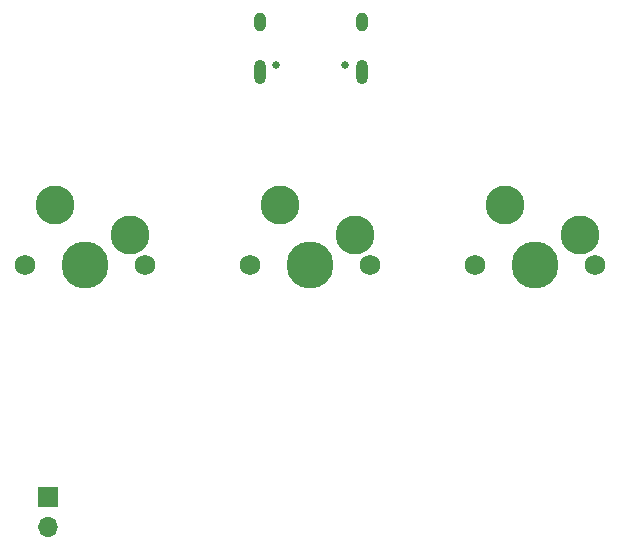
<source format=gbr>
%TF.GenerationSoftware,KiCad,Pcbnew,(6.0.5)*%
%TF.CreationDate,2022-07-04T16:26:11+08:00*%
%TF.ProjectId,RP2040-3k,52503230-3430-42d3-936b-2e6b69636164,rev?*%
%TF.SameCoordinates,Original*%
%TF.FileFunction,Soldermask,Bot*%
%TF.FilePolarity,Negative*%
%FSLAX46Y46*%
G04 Gerber Fmt 4.6, Leading zero omitted, Abs format (unit mm)*
G04 Created by KiCad (PCBNEW (6.0.5)) date 2022-07-04 16:26:11*
%MOMM*%
%LPD*%
G01*
G04 APERTURE LIST*
%ADD10R,1.700000X1.700000*%
%ADD11O,1.700000X1.700000*%
%ADD12C,1.750000*%
%ADD13C,3.987800*%
%ADD14C,3.300000*%
%ADD15C,0.650000*%
%ADD16O,1.000000X1.600000*%
%ADD17O,1.000000X2.100000*%
G04 APERTURE END LIST*
D10*
%TO.C,J2*%
X61090000Y-78820000D03*
D11*
X61090000Y-81360000D03*
%TD*%
D12*
%TO.C,SW1*%
X59170375Y-59210000D03*
X69330375Y-59210000D03*
D13*
X64250375Y-59210000D03*
D14*
X68060375Y-56670000D03*
X61710375Y-54130000D03*
%TD*%
D12*
%TO.C,SW2*%
X88380375Y-59210000D03*
X78220375Y-59210000D03*
D13*
X83300375Y-59210000D03*
D14*
X87110375Y-56670000D03*
X80760375Y-54130000D03*
%TD*%
D12*
%TO.C,SW3*%
X107430375Y-59210000D03*
D13*
X102350375Y-59210000D03*
D12*
X97270375Y-59210000D03*
D14*
X106160375Y-56670000D03*
X99810375Y-54130000D03*
%TD*%
D15*
%TO.C,J1*%
X86233750Y-42287500D03*
X80453750Y-42287500D03*
D16*
X79023750Y-38637500D03*
X87663750Y-38637500D03*
D17*
X79023750Y-42817500D03*
X87663750Y-42817500D03*
%TD*%
M02*

</source>
